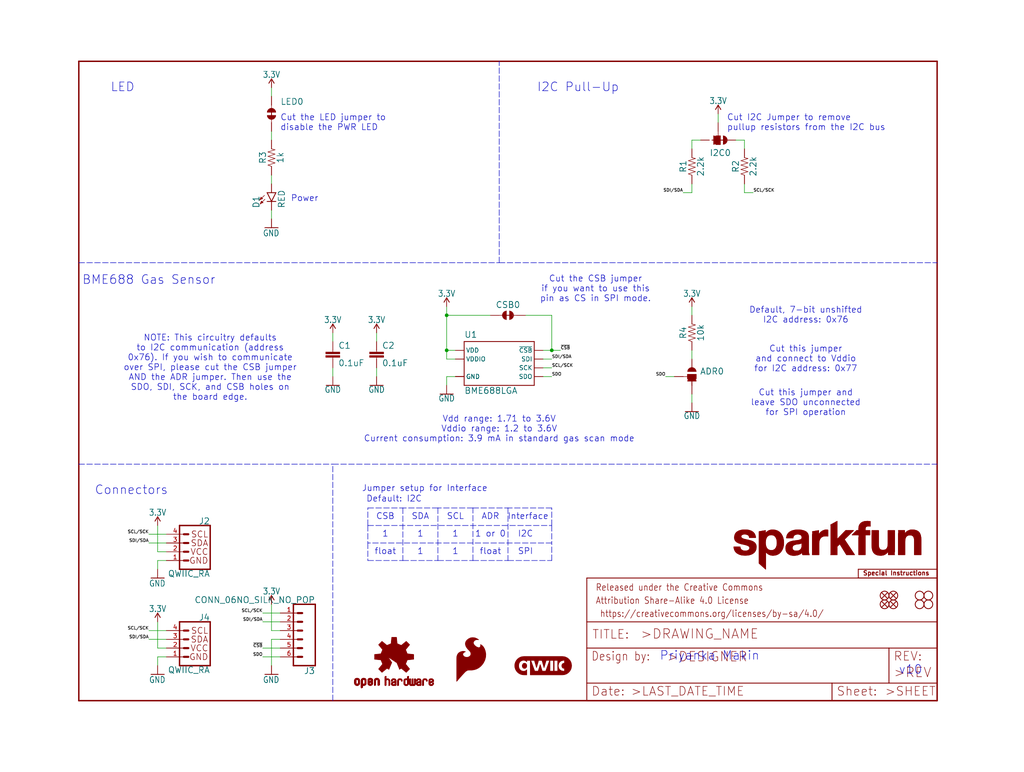
<source format=kicad_sch>
(kicad_sch (version 20211123) (generator eeschema)
  (paper "User" 297.002 223.926)
  (lib_symbols
    (symbol "schematicEagle-eagle-import:0.1UF-0603-100V-10%"
      (property "Reference" "C" (at 1.524 2.921 0))
      (property "Value" "0.1UF-0603-100V-10%" (at 1.524 -2.159 0))
      (symbol "0.1UF-0603-100V-10%_1_0"
        (pin passive line (at 0 5.08 270) (length 2.54) (name "1") (number "1"))
        (pin passive line (at 0 -2.54 90) (length 2.54) (name "2") (number "2"))
      )
    )
    (symbol "schematicEagle-eagle-import:10KOHM-0603-1{slash}10W-1%"
      (property "Reference" "R" (at 0 1.524 0))
      (property "Value" "10KOHM-0603-1{slash}10W-1%" (at 0 -1.524 0))
      (symbol "10KOHM-0603-1{slash}10W-1%_1_0"
        (pin passive line (at -5.08 0 0) (length 2.54) (name "1") (number "1"))
        (pin passive line (at 5.08 0 180) (length 2.54) (name "2") (number "2"))
      )
    )
    (symbol "schematicEagle-eagle-import:1KOHM-0603-1{slash}10W-1%"
      (property "Reference" "R" (at 0 1.524 0))
      (property "Value" "1KOHM-0603-1{slash}10W-1%" (at 0 -1.524 0))
      (symbol "1KOHM-0603-1{slash}10W-1%_1_0"
        (pin passive line (at -5.08 0 0) (length 2.54) (name "1") (number "1"))
        (pin passive line (at 5.08 0 180) (length 2.54) (name "2") (number "2"))
      )
    )
    (symbol "schematicEagle-eagle-import:2.2KOHM-0603-1{slash}10W-1%"
      (property "Reference" "R" (at 0 1.524 0))
      (property "Value" "2.2KOHM-0603-1{slash}10W-1%" (at 0 -1.524 0))
      (symbol "2.2KOHM-0603-1{slash}10W-1%_1_0"
        (pin passive line (at -5.08 0 0) (length 2.54) (name "1") (number "1"))
        (pin passive line (at 5.08 0 180) (length 2.54) (name "2") (number "2"))
      )
    )
    (symbol "schematicEagle-eagle-import:3.3V" (power)
      (property "Value" "3.3V" (at 0 2.794 0))
      (symbol "3.3V_1_0"
        (pin power_in line (at 0 0 90) (length 2.54) (name "3.3V") (number "1"))
      )
    )
    (symbol "schematicEagle-eagle-import:BME688LGA"
      (property "Reference" "U" (at -10.16 6.096 0))
      (property "Value" "BME688LGA" (at -10.16 -10.16 0))
      (symbol "BME688LGA_1_0"
        (pin power_in line (at -12.7 -5.08 0) (length 2.54) (name "GND") (number "1"))
        (pin power_in line (at 12.7 2.54 180) (length 2.54) (name "~{CSB}") (number "2"))
        (pin bidirectional line (at 12.7 0 180) (length 2.54) (name "SDI") (number "3"))
        (pin bidirectional line (at 12.7 -2.54 180) (length 2.54) (name "SCK") (number "4"))
        (pin power_in line (at 12.7 -5.08 180) (length 2.54) (name "SDO") (number "5"))
        (pin power_in line (at -12.7 0 0) (length 2.54) (name "VDDIO") (number "6"))
        (pin power_in line (at -12.7 -5.08 0) (length 2.54) (name "GND") (number "7"))
        (pin power_in line (at -12.7 2.54 0) (length 2.54) (name "VDD") (number "8"))
      )
    )
    (symbol "schematicEagle-eagle-import:CONN_06NO_SILK_NO_POP"
      (property "Reference" "J" (at -5.08 10.668 0))
      (property "Value" "CONN_06NO_SILK_NO_POP" (at -5.08 -9.906 0))
      (symbol "CONN_06NO_SILK_NO_POP_1_0"
        (pin passive line (at 5.08 -5.08 180) (length 5.08) (name "1") (number "1"))
        (pin passive line (at 5.08 -2.54 180) (length 5.08) (name "2") (number "2"))
        (pin passive line (at 5.08 0 180) (length 5.08) (name "3") (number "3"))
        (pin passive line (at 5.08 2.54 180) (length 5.08) (name "4") (number "4"))
        (pin passive line (at 5.08 5.08 180) (length 5.08) (name "5") (number "5"))
        (pin passive line (at 5.08 7.62 180) (length 5.08) (name "6") (number "6"))
      )
    )
    (symbol "schematicEagle-eagle-import:FIDUCIALUFIDUCIAL")
    (symbol "schematicEagle-eagle-import:FRAME-LETTER"
      (symbol "FRAME-LETTER_2_0"
        (text " https://creativecommons.org/licenses/by-sa/4.0/" (at 2.54 24.13 0) (effects (font (size 1.9304 1.6408)) (justify left bottom)))
        (text ">DESIGNER" (at 23.114 11.176 0) (effects (font (size 2.7432 2.7432)) (justify left bottom)))
        (text ">DRAWING_NAME" (at 15.494 17.78 0) (effects (font (size 2.7432 2.7432)) (justify left bottom)))
        (text ">LAST_DATE_TIME" (at 12.7 1.27 0) (effects (font (size 2.54 2.54)) (justify left bottom)))
        (text ">REV" (at 88.9 6.604 0) (effects (font (size 2.7432 2.7432)) (justify left bottom)))
        (text ">SHEET" (at 86.36 1.27 0) (effects (font (size 2.54 2.54)) (justify left bottom)))
        (text "Attribution Share-Alike 4.0 License" (at 2.54 27.94 0) (effects (font (size 1.9304 1.6408)) (justify left bottom)))
        (text "Date:" (at 1.27 1.27 0) (effects (font (size 2.54 2.54)) (justify left bottom)))
        (text "Design by:" (at 1.27 11.43 0) (effects (font (size 2.54 2.159)) (justify left bottom)))
        (text "Released under the Creative Commons" (at 2.54 31.75 0) (effects (font (size 1.9304 1.6408)) (justify left bottom)))
        (text "REV:" (at 88.9 11.43 0) (effects (font (size 2.54 2.54)) (justify left bottom)))
        (text "Sheet:" (at 72.39 1.27 0) (effects (font (size 2.54 2.54)) (justify left bottom)))
        (text "TITLE:" (at 1.524 17.78 0) (effects (font (size 2.54 2.54)) (justify left bottom)))
      )
    )
    (symbol "schematicEagle-eagle-import:GND" (power)
      (property "Value" "GND" (at 0 -0.254 0))
      (symbol "GND_1_0"
        (pin power_in line (at 0 2.54 270) (length 2.54) (name "GND") (number "1"))
      )
    )
    (symbol "schematicEagle-eagle-import:JUMPER-SMT_2_NC_TRACE_SILK"
      (property "Reference" "JP" (at 0 3.048 0))
      (property "Value" "JUMPER-SMT_2_NC_TRACE_SILK" (at 0 -3.048 0))
      (symbol "JUMPER-SMT_2_NC_TRACE_SILK_1_0"
        (pin passive line (at -5.08 0 0) (length 2.54) (name "1") (number "1"))
        (pin passive line (at 5.08 0 180) (length 2.54) (name "2") (number "2"))
      )
    )
    (symbol "schematicEagle-eagle-import:JUMPER-SMT_3_1-NC_TRACE_SILK"
      (property "Reference" "JP" (at 5.842 1.524 0))
      (property "Value" "JUMPER-SMT_3_1-NC_TRACE_SILK" (at 6.604 -1.27 0))
      (symbol "JUMPER-SMT_3_1-NC_TRACE_SILK_1_0"
        (pin passive line (at 0 5.08 270) (length 2.54) (name "1") (number "1"))
        (pin passive line (at -5.08 0 0) (length 2.54) (name "2") (number "2"))
        (pin passive line (at 0 -5.08 90) (length 2.54) (name "3") (number "3"))
      )
    )
    (symbol "schematicEagle-eagle-import:JUMPER-SMT_3_2-NC_TRACE_SILK"
      (property "Reference" "JP" (at 6.096 1.524 0))
      (property "Value" "JUMPER-SMT_3_2-NC_TRACE_SILK" (at 6.858 -1.524 0))
      (symbol "JUMPER-SMT_3_2-NC_TRACE_SILK_1_0"
        (pin passive line (at 0 5.08 270) (length 2.54) (name "1") (number "1"))
        (pin passive line (at -5.08 0 0) (length 2.54) (name "2") (number "2"))
        (pin passive line (at 0 -5.08 90) (length 2.54) (name "3") (number "3"))
      )
    )
    (symbol "schematicEagle-eagle-import:LED-RED0603"
      (property "Reference" "D" (at -3.429 -4.572 90))
      (property "Value" "LED-RED0603" (at 1.905 -4.572 90))
      (symbol "LED-RED0603_1_0"
        (pin passive line (at 0 2.54 270) (length 2.54) (name "A") (number "A"))
        (pin passive line (at 0 -5.08 90) (length 2.54) (name "C") (number "C"))
      )
    )
    (symbol "schematicEagle-eagle-import:OSHW-LOGOS")
    (symbol "schematicEagle-eagle-import:QWIIC_CONNECTORJS-1MM"
      (property "Reference" "J" (at -5.08 7.874 0))
      (property "Value" "QWIIC_CONNECTORJS-1MM" (at -5.08 -5.334 0))
      (symbol "QWIIC_CONNECTORJS-1MM_1_0"
        (text "GND" (at -4.572 -2.54 0) (effects (font (size 1.778 1.778)) (justify left)))
        (text "SCL" (at -4.572 5.08 0) (effects (font (size 1.778 1.778)) (justify left)))
        (text "SDA" (at -4.572 2.54 0) (effects (font (size 1.778 1.778)) (justify left)))
        (text "VCC" (at -4.572 0 0) (effects (font (size 1.778 1.778)) (justify left)))
        (pin power_in line (at 7.62 -2.54 180) (length 5.08) (name "1") (number "1"))
        (pin power_in line (at 7.62 0 180) (length 5.08) (name "2") (number "2"))
        (pin passive line (at 7.62 2.54 180) (length 5.08) (name "3") (number "3"))
        (pin passive line (at 7.62 5.08 180) (length 5.08) (name "4") (number "4"))
      )
    )
    (symbol "schematicEagle-eagle-import:QWIIC_LOGO_5MM")
    (symbol "schematicEagle-eagle-import:SFE_LOGO_FLAME.1_INCH")
    (symbol "schematicEagle-eagle-import:SFE_LOGO_NAME.1_INCH")
    (symbol "schematicEagle-eagle-import:SPECIAL_INSTRUCTIONS-ORDERING"
      (symbol "SPECIAL_INSTRUCTIONS-ORDERING_1_0"
        (text "Special Instructions" (at 1.27 0.6985 0) (effects (font (size 1.27 1.27) (thickness 0.254) bold) (justify left bottom)))
      )
    )
    (symbol "schematicEagle-eagle-import:STAND-OFF")
  )
  (junction (at 160.02 101.6))
  (junction (at 129.54 91.44))
  (junction (at 129.54 101.6))
  (polyline (pts (xy 137.16 147.32) (xy 147.32 147.32)))
  (polyline (pts (xy 116.84 162.56) (xy 127 162.56)))
  (wire (pts (xy 81.28 190.5) (xy 76.2 190.5)))
  (polyline (pts (xy 137.16 162.56) (xy 137.16 147.32)))
  (wire (pts (xy 157.48 104.14) (xy 160.02 104.14)))
  (wire (pts (xy 78.74 27.94) (xy 78.74 25.4)))
  (wire (pts (xy 81.28 180.34) (xy 76.2 180.34)))
  (wire (pts (xy 81.28 177.8) (xy 76.2 177.8)))
  (wire (pts (xy 195.58 109.22) (xy 193.04 109.22)))
  (wire (pts (xy 78.74 63.5) (xy 78.74 60.96)))
  (wire (pts (xy 200.66 88.9) (xy 200.66 91.44)))
  (wire (pts (xy 129.54 109.22) (xy 129.54 111.76)))
  (wire (pts (xy 78.74 40.64) (xy 78.74 38.1)))
  (polyline (pts (xy 106.68 152.4) (xy 106.68 157.48)))
  (wire (pts (xy 81.28 187.96) (xy 76.2 187.96)))
  (wire (pts (xy 213.36 40.64) (xy 215.9 40.64)))
  (wire (pts (xy 200.66 40.64) (xy 203.2 40.64)))
  (polyline (pts (xy 160.02 162.56) (xy 160.02 157.48)))
  (wire (pts (xy 129.54 91.44) (xy 129.54 101.6)))
  (wire (pts (xy 48.26 160.02) (xy 45.72 160.02)))
  (wire (pts (xy 132.08 104.14) (xy 129.54 104.14)))
  (wire (pts (xy 200.66 116.84) (xy 200.66 114.3)))
  (wire (pts (xy 48.26 154.94) (xy 43.18 154.94)))
  (wire (pts (xy 96.52 96.52) (xy 96.52 99.06)))
  (wire (pts (xy 48.26 185.42) (xy 43.18 185.42)))
  (wire (pts (xy 157.48 109.22) (xy 160.02 109.22)))
  (wire (pts (xy 152.4 91.44) (xy 160.02 91.44)))
  (wire (pts (xy 200.66 43.18) (xy 200.66 40.64)))
  (polyline (pts (xy 127 147.32) (xy 116.84 147.32)))
  (wire (pts (xy 142.24 91.44) (xy 129.54 91.44)))
  (wire (pts (xy 215.9 55.88) (xy 218.44 55.88)))
  (wire (pts (xy 160.02 101.6) (xy 162.56 101.6)))
  (wire (pts (xy 48.26 162.56) (xy 45.72 162.56)))
  (wire (pts (xy 81.28 185.42) (xy 78.74 185.42)))
  (polyline (pts (xy 147.32 162.56) (xy 160.02 162.56)))
  (wire (pts (xy 160.02 91.44) (xy 160.02 101.6)))
  (polyline (pts (xy 127 162.56) (xy 137.16 162.56)))
  (polyline (pts (xy 106.68 162.56) (xy 116.84 162.56)))
  (polyline (pts (xy 137.16 147.32) (xy 127 147.32)))
  (wire (pts (xy 45.72 162.56) (xy 45.72 165.1)))
  (polyline (pts (xy 144.78 76.2) (xy 271.78 76.2)))
  (wire (pts (xy 132.08 109.22) (xy 129.54 109.22)))
  (wire (pts (xy 109.22 96.52) (xy 109.22 99.06)))
  (polyline (pts (xy 160.02 152.4) (xy 160.02 147.32)))
  (polyline (pts (xy 96.52 203.2) (xy 96.52 134.62)))
  (polyline (pts (xy 137.16 162.56) (xy 147.32 162.56)))
  (wire (pts (xy 208.28 33.02) (xy 208.28 35.56)))
  (wire (pts (xy 45.72 190.5) (xy 45.72 193.04)))
  (wire (pts (xy 109.22 109.22) (xy 109.22 106.68)))
  (polyline (pts (xy 96.52 134.62) (xy 271.78 134.62)))
  (wire (pts (xy 48.26 157.48) (xy 43.18 157.48)))
  (polyline (pts (xy 160.02 147.32) (xy 147.32 147.32)))
  (wire (pts (xy 81.28 182.88) (xy 78.74 182.88)))
  (wire (pts (xy 48.26 187.96) (xy 45.72 187.96)))
  (wire (pts (xy 129.54 88.9) (xy 129.54 91.44)))
  (wire (pts (xy 45.72 160.02) (xy 45.72 152.4)))
  (polyline (pts (xy 106.68 147.32) (xy 116.84 147.32)))
  (wire (pts (xy 215.9 40.64) (xy 215.9 43.18)))
  (wire (pts (xy 78.74 182.88) (xy 78.74 175.26)))
  (polyline (pts (xy 22.86 76.2) (xy 144.78 76.2)))
  (polyline (pts (xy 147.32 147.32) (xy 147.32 162.56)))
  (wire (pts (xy 129.54 101.6) (xy 129.54 104.14)))
  (polyline (pts (xy 106.68 152.4) (xy 160.02 152.4)))
  (wire (pts (xy 48.26 182.88) (xy 43.18 182.88)))
  (polyline (pts (xy 106.68 157.48) (xy 106.68 162.56)))
  (wire (pts (xy 48.26 190.5) (xy 45.72 190.5)))
  (wire (pts (xy 200.66 55.88) (xy 200.66 53.34)))
  (polyline (pts (xy 127 147.32) (xy 127 162.56)))
  (wire (pts (xy 215.9 53.34) (xy 215.9 55.88)))
  (wire (pts (xy 132.08 101.6) (xy 129.54 101.6)))
  (wire (pts (xy 157.48 101.6) (xy 160.02 101.6)))
  (polyline (pts (xy 144.78 76.2) (xy 144.78 17.78)))
  (polyline (pts (xy 160.02 152.4) (xy 160.02 157.48)))
  (polyline (pts (xy 106.68 152.4) (xy 106.68 147.32)))
  (wire (pts (xy 45.72 187.96) (xy 45.72 180.34)))
  (wire (pts (xy 96.52 109.22) (xy 96.52 106.68)))
  (wire (pts (xy 200.66 101.6) (xy 200.66 104.14)))
  (polyline (pts (xy 116.84 147.32) (xy 116.84 162.56)))
  (wire (pts (xy 78.74 185.42) (xy 78.74 193.04)))
  (polyline (pts (xy 160.02 157.48) (xy 106.68 157.48)))
  (wire (pts (xy 78.74 53.34) (xy 78.74 50.8)))
  (wire (pts (xy 157.48 106.68) (xy 160.02 106.68)))
  (wire (pts (xy 200.66 55.88) (xy 198.12 55.88)))
  (polyline (pts (xy 22.86 134.62) (xy 96.52 134.62)))
  (text "Cut the LED jumper to\ndisable the PWR LED" (at 81.28 38.1 180) (effects (font (size 1.778 1.778)) (justify left bottom)))
  (text "1" (at 132.08 160.02 180) (effects (font (size 1.778 1.778))))
  (text "CSB" (at 111.76 149.86 180) (effects (font (size 1.778 1.778))))
  (text "SDA" (at 121.92 149.86 180) (effects (font (size 1.778 1.778))))
  (text "BME688 Gas Sensor" (at 43.18 81.28 180) (effects (font (size 2.54 2.54))))
  (text "Jumper setup for Interface" (at 123.19 141.732 180) (effects (font (size 1.778 1.778))))
  (text "float" (at 142.24 160.02 180) (effects (font (size 1.778 1.778))))
  (text "1 or 0" (at 142.24 154.94 180) (effects (font (size 1.778 1.778))))
  (text "ADR" (at 142.24 149.86 180) (effects (font (size 1.778 1.778))))
  (text "I2C" (at 152.4 154.94 180) (effects (font (size 1.778 1.778))))
  (text "Default, 7-bit unshifted\nI2C address: 0x76" (at 233.68 91.44 180) (effects (font (size 1.778 1.778))))
  (text "1" (at 111.76 154.94 180) (effects (font (size 1.778 1.778))))
  (text "Cut I2C Jumper to remove\npullup resistors from the I2C bus" (at 210.82 38.1 0) (effects (font (size 1.778 1.778)) (justify left bottom)))
  (text "Cut the CSB jumper\nif you want to use this\npin as CS in SPI mode." (at 172.72 83.82 0) (effects (font (size 1.778 1.778))))
  (text "NOTE: This circuitry defaults\nto I2C communication (address\n0x76). If you wish to communicate\nover SPI, please cut the CSB jumper\nAND the ADR jumper. Then use the\nSDO, SDI, SCK, and CSB holes on\nthe board edge." (at 60.96 106.68 0) (effects (font (size 1.778 1.778))))
  (text "Cut this jumper\nand connect to Vddio\nfor I2C address: 0x77" (at 233.68 104.14 0) (effects (font (size 1.778 1.778))))
  (text "Interface" (at 153.162 149.86 180) (effects (font (size 1.778 1.778))))
  (text "SPI" (at 152.4 160.02 180) (effects (font (size 1.778 1.778))))
  (text "Priyanka Makin" (at 191.262 191.77 180) (effects (font (size 2.54 2.54)) (justify left bottom)))
  (text "Power" (at 84.328 58.674 180) (effects (font (size 1.778 1.778)) (justify left bottom)))
  (text "SCL" (at 132.08 149.86 180) (effects (font (size 1.778 1.778))))
  (text "1" (at 121.92 160.02 180) (effects (font (size 1.778 1.778))))
  (text "I2C Pull-Up" (at 167.64 25.4 180) (effects (font (size 2.54 2.54))))
  (text "1" (at 132.08 154.94 180) (effects (font (size 1.778 1.778))))
  (text "LED" (at 35.56 25.4 180) (effects (font (size 2.54 2.54))))
  (text "Vdd range: 1.71 to 3.6V\nVddio range: 1.2 to 3.6V\nCurrent consumption: 3.9 mA in standard gas scan mode" (at 144.78 124.46 0) (effects (font (size 1.778 1.778))))
  (text "Cut this jumper and\nleave SDO unconnected\nfor SPI operation~{}" (at 233.68 116.84 0) (effects (font (size 1.778 1.778))))
  (text "Default: I2C" (at 114.3 144.78 180) (effects (font (size 1.778 1.778))))
  (text "1" (at 121.92 154.94 180) (effects (font (size 1.778 1.778))))
  (text "v10" (at 260.604 195.834 180) (effects (font (size 2.54 2.54)) (justify left bottom)))
  (text "float" (at 111.76 160.02 180) (effects (font (size 1.778 1.778))))
  (text "Connectors" (at 38.1 142.24 180) (effects (font (size 2.54 2.54))))
  (label "~{CSB}" (at 76.2 187.96 180) (effects (font (size 0.889 0.889))))
  (label "SDI/SDA" (at 43.18 185.42 180) (effects (font (size 0.889 0.889))))
  (label "SDI/SDA" (at 43.18 157.48 180) (effects (font (size 0.889 0.889))))
  (label "SDO" (at 193.04 109.22 180) (effects (font (size 0.889 0.889))))
  (label "SCL/SCK" (at 43.18 182.88 180) (effects (font (size 0.889 0.889))))
  (label "SDI/SDA" (at 160.02 104.14 0) (effects (font (size 0.889 0.889))))
  (label "SCL/SCK" (at 43.18 154.94 180) (effects (font (size 0.889 0.889))))
  (label "~{CSB}" (at 162.56 101.6 0) (effects (font (size 0.889 0.889))))
  (label "SDO" (at 160.02 109.22 0) (effects (font (size 0.889 0.889))))
  (label "SDO" (at 76.2 190.5 180) (effects (font (size 0.889 0.889))))
  (label "SDI/SDA" (at 198.12 55.88 180) (effects (font (size 0.889 0.889))))
  (label "SCL/SCK" (at 76.2 177.8 180) (effects (font (size 0.889 0.889))))
  (label "SDI/SDA" (at 76.2 180.34 180) (effects (font (size 0.889 0.889))))
  (label "SCL/SCK" (at 160.02 106.68 0) (effects (font (size 0.889 0.889))))
  (label "SCL/SCK" (at 218.44 55.88 0) (effects (font (size 0.889 0.889))))
  (symbol (lib_id "schematicEagle-eagle-import:FRAME-LETTER") (at 22.86 203.2 0) (unit 1)
    (property "Reference" "FRAME1" (effects hide))
    (property "Value" "FRAME-LETTER" (effects hide))
    (property "Footprint" "schematicEagle:CREATIVE_COMMONS" (effects hide))
  )
  (symbol (lib_id "schematicEagle-eagle-import:SPECIAL_INSTRUCTIONS-ORDERING") (at 248.92 167.64 0) (unit 1)
    (property "Reference" "LOGO1" (effects hide))
    (property "Value" "SPECIAL_INSTRUCTIONS-ORDERING" (effects hide))
    (property "Footprint" "schematicEagle:ORDERING_INSTRUCTIONS" (effects hide))
  )
  (symbol (lib_id "schematicEagle-eagle-import:FIDUCIALUFIDUCIAL") (at 259.08 172.72 0) (unit 1)
    (property "Reference" "JP6" (effects hide))
    (property "Value" "FIDUCIALUFIDUCIAL" (effects hide))
    (property "Footprint" "schematicEagle:FIDUCIAL-MICRO" (effects hide))
  )
  (symbol (lib_id "schematicEagle-eagle-import:GND") (at 78.74 195.58 0) (unit 1)
    (property "Reference" "#GND7" (effects hide))
    (property "Value" "GND" (at 76.2 198.12 0) (effects (font (size 1.778 1.5113)) (justify left bottom)))
    (property "Footprint" "schematicEagle:" (effects hide))
  )
  (symbol (lib_id "schematicEagle-eagle-import:STAND-OFF") (at 266.7 172.72 0) (unit 1)
    (property "Reference" "JP7" (effects hide))
    (property "Value" "STAND-OFF" (effects hide))
    (property "Footprint" "schematicEagle:STAND-OFF" (effects hide))
  )
  (symbol (lib_id "schematicEagle-eagle-import:3.3V") (at 129.54 88.9 0) (unit 1)
    (property "Reference" "#SUPPLY1" (effects hide))
    (property "Value" "3.3V" (at 129.54 86.106 0) (effects (font (size 1.778 1.5113)) (justify bottom)))
    (property "Footprint" "schematicEagle:" (effects hide))
  )
  (symbol (lib_id "schematicEagle-eagle-import:3.3V") (at 109.22 96.52 0) (unit 1)
    (property "Reference" "#SUPPLY3" (effects hide))
    (property "Value" "3.3V" (at 109.22 93.726 0) (effects (font (size 1.778 1.5113)) (justify bottom)))
    (property "Footprint" "schematicEagle:" (effects hide))
  )
  (symbol (lib_id "schematicEagle-eagle-import:SFE_LOGO_FLAME.1_INCH") (at 132.08 198.12 0) (unit 1)
    (property "Reference" "LOGO4" (effects hide))
    (property "Value" "SFE_LOGO_FLAME.1_INCH" (effects hide))
    (property "Footprint" "schematicEagle:SFE_LOGO_FLAME_.1" (effects hide))
  )
  (symbol (lib_id "schematicEagle-eagle-import:JUMPER-SMT_3_1-NC_TRACE_SILK") (at 200.66 109.22 0) (unit 1)
    (property "Reference" "ADR0" (at 206.502 107.696 0) (effects (font (size 1.778 1.778))))
    (property "Value" "JUMPER-SMT_3_1-NC_TRACE_SILK" (effects hide))
    (property "Footprint" "schematicEagle:SMT-JUMPER_3_1-NC_TRACE_SILK" (effects hide))
  )
  (symbol (lib_id "schematicEagle-eagle-import:FIDUCIALUFIDUCIAL") (at 259.08 175.26 0) (unit 1)
    (property "Reference" "JP1" (effects hide))
    (property "Value" "FIDUCIALUFIDUCIAL" (effects hide))
    (property "Footprint" "schematicEagle:FIDUCIAL-MICRO" (effects hide))
  )
  (symbol (lib_id "schematicEagle-eagle-import:FRAME-LETTER") (at 170.18 203.2 0) (unit 2)
    (property "Reference" "FRAME1" (effects hide))
    (property "Value" "FRAME-LETTER" (effects hide))
    (property "Footprint" "schematicEagle:CREATIVE_COMMONS" (effects hide))
  )
  (symbol (lib_id "schematicEagle-eagle-import:10KOHM-0603-1{slash}10W-1%") (at 200.66 96.52 90) (unit 1)
    (property "Reference" "R4" (at 199.136 96.52 0) (effects (font (size 1.778 1.778)) (justify bottom)))
    (property "Value" "10k" (at 202.184 96.52 0) (effects (font (size 1.778 1.778)) (justify top)))
    (property "Footprint" "schematicEagle:0603" (effects hide))
  )
  (symbol (lib_id "schematicEagle-eagle-import:3.3V") (at 45.72 180.34 0) (unit 1)
    (property "Reference" "#SUPPLY8" (effects hide))
    (property "Value" "3.3V" (at 45.72 177.546 0) (effects (font (size 1.778 1.5113)) (justify bottom)))
    (property "Footprint" "schematicEagle:" (effects hide))
  )
  (symbol (lib_id "schematicEagle-eagle-import:LED-RED0603") (at 78.74 55.88 0) (unit 1)
    (property "Reference" "D1" (at 75.311 60.452 90) (effects (font (size 1.778 1.778)) (justify left bottom)))
    (property "Value" "RED" (at 80.645 60.452 90) (effects (font (size 1.778 1.778)) (justify left top)))
    (property "Footprint" "schematicEagle:LED-0603" (effects hide))
  )
  (symbol (lib_id "schematicEagle-eagle-import:0.1UF-0603-100V-10%") (at 109.22 104.14 0) (unit 1)
    (property "Reference" "C2" (at 110.744 101.219 0) (effects (font (size 1.778 1.778)) (justify left bottom)))
    (property "Value" "0.1uF" (at 110.744 106.299 0) (effects (font (size 1.778 1.778)) (justify left bottom)))
    (property "Footprint" "schematicEagle:0603" (effects hide))
  )
  (symbol (lib_id "schematicEagle-eagle-import:QWIIC_LOGO_5MM") (at 157.48 193.04 0) (unit 1)
    (property "Reference" "LOGO2" (effects hide))
    (property "Value" "QWIIC_LOGO_5MM" (effects hide))
    (property "Footprint" "schematicEagle:QWIIC_5MM" (effects hide))
  )
  (symbol (lib_id "schematicEagle-eagle-import:FIDUCIALUFIDUCIAL") (at 256.54 172.72 0) (unit 1)
    (property "Reference" "JP2" (effects hide))
    (property "Value" "FIDUCIALUFIDUCIAL" (effects hide))
    (property "Footprint" "schematicEagle:FIDUCIAL-MICRO" (effects hide))
  )
  (symbol (lib_id "schematicEagle-eagle-import:STAND-OFF") (at 266.7 175.26 0) (unit 1)
    (property "Reference" "JP8" (effects hide))
    (property "Value" "STAND-OFF" (effects hide))
    (property "Footprint" "schematicEagle:STAND-OFF" (effects hide))
  )
  (symbol (lib_id "schematicEagle-eagle-import:GND") (at 45.72 195.58 0) (unit 1)
    (property "Reference" "#GND8" (effects hide))
    (property "Value" "GND" (at 43.18 198.12 0) (effects (font (size 1.778 1.5113)) (justify left bottom)))
    (property "Footprint" "schematicEagle:" (effects hide))
  )
  (symbol (lib_id "schematicEagle-eagle-import:2.2KOHM-0603-1{slash}10W-1%") (at 200.66 48.26 90) (unit 1)
    (property "Reference" "R1" (at 199.136 48.26 0) (effects (font (size 1.778 1.778)) (justify bottom)))
    (property "Value" "2.2k" (at 202.184 48.26 0) (effects (font (size 1.778 1.778)) (justify top)))
    (property "Footprint" "schematicEagle:0603" (effects hide))
  )
  (symbol (lib_id "schematicEagle-eagle-import:3.3V") (at 78.74 175.26 0) (unit 1)
    (property "Reference" "#SUPPLY7" (effects hide))
    (property "Value" "3.3V" (at 78.74 172.466 0) (effects (font (size 1.778 1.5113)) (justify bottom)))
    (property "Footprint" "schematicEagle:" (effects hide))
  )
  (symbol (lib_id "schematicEagle-eagle-import:3.3V") (at 200.66 88.9 0) (unit 1)
    (property "Reference" "#SUPPLY5" (effects hide))
    (property "Value" "3.3V" (at 200.66 86.106 0) (effects (font (size 1.778 1.5113)) (justify bottom)))
    (property "Footprint" "schematicEagle:" (effects hide))
  )
  (symbol (lib_id "schematicEagle-eagle-import:3.3V") (at 78.74 25.4 0) (unit 1)
    (property "Reference" "#SUPPLY10" (effects hide))
    (property "Value" "3.3V" (at 78.74 22.606 0) (effects (font (size 1.778 1.5113)) (justify bottom)))
    (property "Footprint" "schematicEagle:" (effects hide))
  )
  (symbol (lib_id "schematicEagle-eagle-import:2.2KOHM-0603-1{slash}10W-1%") (at 215.9 48.26 90) (unit 1)
    (property "Reference" "R2" (at 214.376 48.26 0) (effects (font (size 1.778 1.778)) (justify bottom)))
    (property "Value" "2.2k" (at 217.424 48.26 0) (effects (font (size 1.778 1.778)) (justify top)))
    (property "Footprint" "schematicEagle:0603" (effects hide))
  )
  (symbol (lib_id "schematicEagle-eagle-import:0.1UF-0603-100V-10%") (at 96.52 104.14 0) (unit 1)
    (property "Reference" "C1" (at 98.044 101.219 0) (effects (font (size 1.778 1.778)) (justify left bottom)))
    (property "Value" "0.1uF" (at 98.044 106.299 0) (effects (font (size 1.778 1.778)) (justify left bottom)))
    (property "Footprint" "schematicEagle:0603" (effects hide))
  )
  (symbol (lib_id "schematicEagle-eagle-import:GND") (at 78.74 66.04 0) (unit 1)
    (property "Reference" "#GND3" (effects hide))
    (property "Value" "GND" (at 76.2 68.58 0) (effects (font (size 1.778 1.5113)) (justify left bottom)))
    (property "Footprint" "schematicEagle:" (effects hide))
  )
  (symbol (lib_id "schematicEagle-eagle-import:3.3V") (at 96.52 96.52 0) (unit 1)
    (property "Reference" "#SUPPLY2" (effects hide))
    (property "Value" "3.3V" (at 96.52 93.726 0) (effects (font (size 1.778 1.5113)) (justify bottom)))
    (property "Footprint" "schematicEagle:" (effects hide))
  )
  (symbol (lib_id "schematicEagle-eagle-import:GND") (at 45.72 167.64 0) (unit 1)
    (property "Reference" "#GND6" (effects hide))
    (property "Value" "GND" (at 43.18 170.18 0) (effects (font (size 1.778 1.5113)) (justify left bottom)))
    (property "Footprint" "schematicEagle:" (effects hide))
  )
  (symbol (lib_id "schematicEagle-eagle-import:SFE_LOGO_NAME.1_INCH") (at 210.82 165.1 0) (unit 1)
    (property "Reference" "LOGO3" (effects hide))
    (property "Value" "SFE_LOGO_NAME.1_INCH" (effects hide))
    (property "Footprint" "schematicEagle:SFE_LOGO_NAME_.1" (effects hide))
  )
  (symbol (lib_id "schematicEagle-eagle-import:GND") (at 200.66 119.38 0) (unit 1)
    (property "Reference" "#GND2" (effects hide))
    (property "Value" "GND" (at 200.66 119.634 0) (effects (font (size 1.778 1.5113)) (justify top)))
    (property "Footprint" "schematicEagle:" (effects hide))
  )
  (symbol (lib_id "schematicEagle-eagle-import:GND") (at 109.22 111.76 0) (unit 1)
    (property "Reference" "#GND5" (effects hide))
    (property "Value" "GND" (at 109.22 112.014 0) (effects (font (size 1.778 1.5113)) (justify top)))
    (property "Footprint" "schematicEagle:" (effects hide))
  )
  (symbol (lib_id "schematicEagle-eagle-import:3.3V") (at 208.28 33.02 0) (unit 1)
    (property "Reference" "#SUPPLY9" (effects hide))
    (property "Value" "3.3V" (at 208.28 30.226 0) (effects (font (size 1.778 1.5113)) (justify bottom)))
    (property "Footprint" "schematicEagle:" (effects hide))
  )
  (symbol (lib_id "schematicEagle-eagle-import:JUMPER-SMT_2_NC_TRACE_SILK") (at 78.74 33.02 90) (unit 1)
    (property "Reference" "LED0" (at 81.28 30.48 90) (effects (font (size 1.778 1.778)) (justify right top)))
    (property "Value" "JUMPER-SMT_2_NC_TRACE_SILK" (effects hide))
    (property "Footprint" "schematicEagle:SMT-JUMPER_2_NC_TRACE_SILK" (effects hide))
  )
  (symbol (lib_id "schematicEagle-eagle-import:QWIIC_CONNECTORJS-1MM") (at 55.88 187.96 0) (mirror y) (unit 1)
    (property "Reference" "J4" (at 60.96 180.086 0) (effects (font (size 1.778 1.778)) (justify left bottom)))
    (property "Value" "QWIIC_RA" (at 60.96 193.294 0) (effects (font (size 1.778 1.778)) (justify left top)))
    (property "Footprint" "schematicEagle:JST04_1MM_RA" (effects hide))
  )
  (symbol (lib_id "schematicEagle-eagle-import:FIDUCIALUFIDUCIAL") (at 256.54 175.26 0) (unit 1)
    (property "Reference" "JP5" (effects hide))
    (property "Value" "FIDUCIALUFIDUCIAL" (effects hide))
    (property "Footprint" "schematicEagle:FIDUCIAL-MICRO" (effects hide))
  )
  (symbol (lib_id "schematicEagle-eagle-import:JUMPER-SMT_3_2-NC_TRACE_SILK") (at 208.28 40.64 270) (unit 1)
    (property "Reference" "I2C0" (at 205.74 45.339 90) (effects (font (size 1.778 1.778)) (justify left bottom)))
    (property "Value" "JUMPER-SMT_3_2-NC_TRACE_SILK" (effects hide))
    (property "Footprint" "schematicEagle:SMT-JUMPER_3_2-NC_TRACE_SILK" (effects hide))
  )
  (symbol (lib_id "schematicEagle-eagle-import:GND") (at 129.54 114.3 0) (unit 1)
    (property "Reference" "#GND1" (effects hide))
    (property "Value" "GND" (at 129.54 114.554 0) (effects (font (size 1.778 1.5113)) (justify top)))
    (property "Footprint" "schematicEagle:" (effects hide))
  )
  (symbol (lib_id "schematicEagle-eagle-import:3.3V") (at 45.72 152.4 0) (unit 1)
    (property "Reference" "#SUPPLY4" (effects hide))
    (property "Value" "3.3V" (at 45.72 149.606 0) (effects (font (size 1.778 1.5113)) (justify bottom)))
    (property "Footprint" "schematicEagle:" (effects hide))
  )
  (symbol (lib_id "schematicEagle-eagle-import:GND") (at 96.52 111.76 0) (unit 1)
    (property "Reference" "#GND4" (effects hide))
    (property "Value" "GND" (at 96.52 112.014 0) (effects (font (size 1.778 1.5113)) (justify top)))
    (property "Footprint" "schematicEagle:" (effects hide))
  )
  (symbol (lib_id "schematicEagle-eagle-import:STAND-OFF") (at 269.24 175.26 0) (unit 1)
    (property "Reference" "JP4" (effects hide))
    (property "Value" "STAND-OFF" (effects hide))
    (property "Footprint" "schematicEagle:STAND-OFF" (effects hide))
  )
  (symbol (lib_id "schematicEagle-eagle-import:QWIIC_CONNECTORJS-1MM") (at 55.88 160.02 0) (mirror y) (unit 1)
    (property "Reference" "J2" (at 60.96 152.146 0) (effects (font (size 1.778 1.778)) (justify left bottom)))
    (property "Value" "QWIIC_RA" (at 60.96 165.354 0) (effects (font (size 1.778 1.778)) (justify left top)))
    (property "Footprint" "schematicEagle:JST04_1MM_RA" (effects hide))
  )
  (symbol (lib_id "schematicEagle-eagle-import:STAND-OFF") (at 269.24 172.72 0) (unit 1)
    (property "Reference" "JP3" (effects hide))
    (property "Value" "STAND-OFF" (effects hide))
    (property "Footprint" "schematicEagle:STAND-OFF" (effects hide))
  )
  (symbol (lib_id "schematicEagle-eagle-import:SFE_LOGO_NAME.1_INCH") (at 210.82 165.1 0) (unit 1)
    (property "Reference" "LOGO6" (effects hide))
    (property "Value" "SFE_LOGO_NAME.1_INCH" (effects hide))
    (property "Footprint" "schematicEagle:SFE_LOGO_NAME_.1" (effects hide))
  )
  (symbol (lib_id "schematicEagle-eagle-import:BME688LGA") (at 144.78 104.14 0) (unit 1)
    (property "Reference" "U1" (at 134.62 98.044 0) (effects (font (size 1.778 1.778)) (justify left bottom)))
    (property "Value" "BME688LGA" (at 134.62 114.3 0) (effects (font (size 1.778 1.778)) (justify left bottom)))
    (property "Footprint" "schematicEagle:LGA_8PIN" (effects hide))
  )
  (symbol (lib_id "schematicEagle-eagle-import:OSHW-LOGOS") (at 114.3 190.5 0) (unit 1)
    (property "Reference" "LOGO5" (effects hide))
    (property "Value" "OSHW-LOGOS" (effects hide))
    (property "Footprint" "schematicEagle:OSHW-LOGO-S" (effects hide))
  )
  (symbol (lib_id "schematicEagle-eagle-import:CONN_06NO_SILK_NO_POP") (at 86.36 182.88 180) (unit 1)
    (property "Reference" "J3" (at 91.44 193.548 0) (effects (font (size 1.778 1.778)) (justify left bottom)))
    (property "Value" "CONN_06NO_SILK_NO_POP" (at 91.44 172.974 0) (effects (font (size 1.778 1.778)) (justify left bottom)))
    (property "Footprint" "schematicEagle:1X06_NO_SILK" (effects hide))
  )
  (symbol (lib_id "schematicEagle-eagle-import:JUMPER-SMT_2_NC_TRACE_SILK") (at 147.32 91.44 0) (unit 1)
    (property "Reference" "CSB0" (at 147.32 88.392 0) (effects (font (size 1.778 1.778))))
    (property "Value" "JUMPER-SMT_2_NC_TRACE_SILK" (effects hide))
    (property "Footprint" "schematicEagle:SMT-JUMPER_2_NC_TRACE_SILK" (effects hide))
  )
  (symbol (lib_id "schematicEagle-eagle-import:1KOHM-0603-1{slash}10W-1%") (at 78.74 45.72 90) (unit 1)
    (property "Reference" "R3" (at 77.216 45.72 0) (effects (font (size 1.778 1.778)) (justify bottom)))
    (property "Value" "1k" (at 80.264 45.72 0) (effects (font (size 1.778 1.778)) (justify top)))
    (property "Footprint" "schematicEagle:0603" (effects hide))
  )
)
</source>
